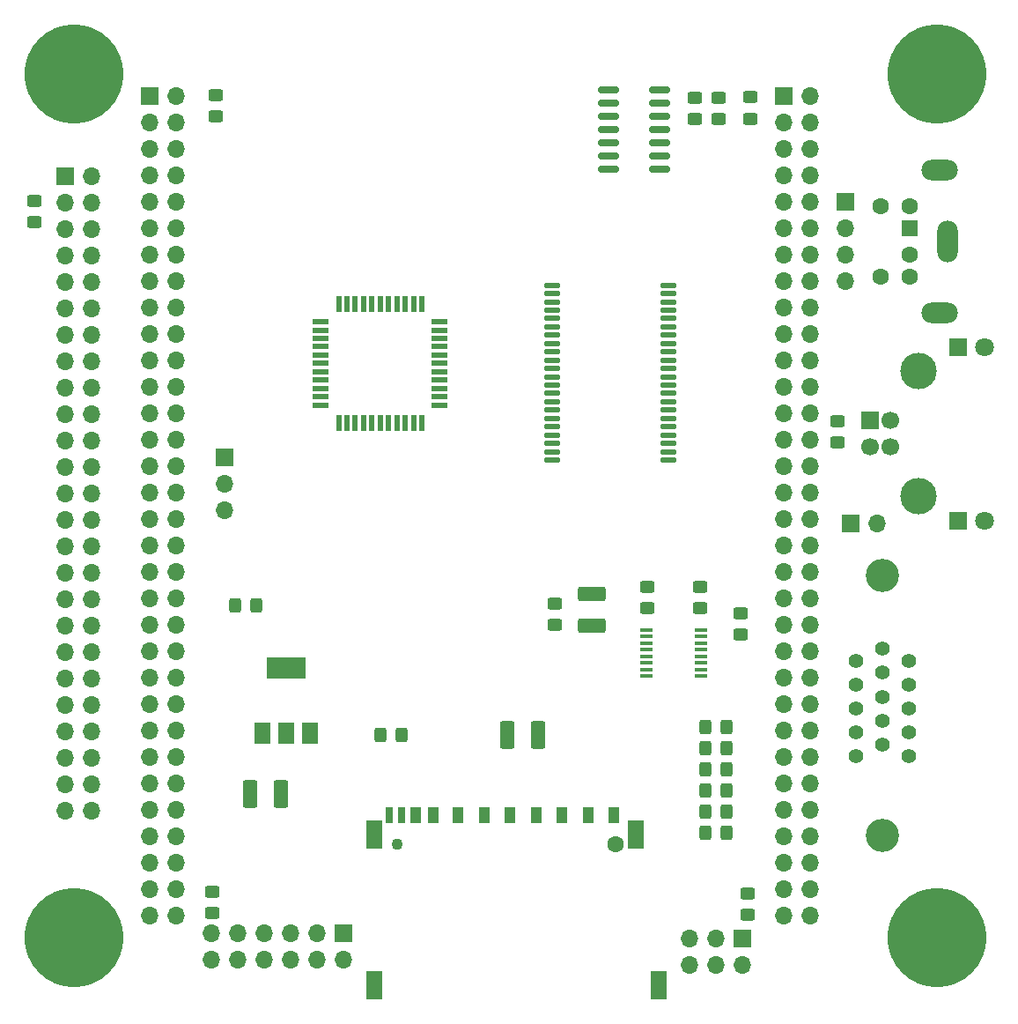
<source format=gts>
G04 #@! TF.GenerationSoftware,KiCad,Pcbnew,(6.0.1)*
G04 #@! TF.CreationDate,2022-05-30T09:03:46-04:00*
G04 #@! TF.ProjectId,RETRO-65C816,52455452-4f2d-4363-9543-3831362e6b69,3*
G04 #@! TF.SameCoordinates,Original*
G04 #@! TF.FileFunction,Soldermask,Top*
G04 #@! TF.FilePolarity,Negative*
%FSLAX46Y46*%
G04 Gerber Fmt 4.6, Leading zero omitted, Abs format (unit mm)*
G04 Created by KiCad (PCBNEW (6.0.1)) date 2022-05-30 09:03:46*
%MOMM*%
%LPD*%
G01*
G04 APERTURE LIST*
G04 Aperture macros list*
%AMRoundRect*
0 Rectangle with rounded corners*
0 $1 Rounding radius*
0 $2 $3 $4 $5 $6 $7 $8 $9 X,Y pos of 4 corners*
0 Add a 4 corners polygon primitive as box body*
4,1,4,$2,$3,$4,$5,$6,$7,$8,$9,$2,$3,0*
0 Add four circle primitives for the rounded corners*
1,1,$1+$1,$2,$3*
1,1,$1+$1,$4,$5*
1,1,$1+$1,$6,$7*
1,1,$1+$1,$8,$9*
0 Add four rect primitives between the rounded corners*
20,1,$1+$1,$2,$3,$4,$5,0*
20,1,$1+$1,$4,$5,$6,$7,0*
20,1,$1+$1,$6,$7,$8,$9,0*
20,1,$1+$1,$8,$9,$2,$3,0*%
G04 Aperture macros list end*
%ADD10C,9.525000*%
%ADD11R,1.500000X2.000000*%
%ADD12R,3.800000X2.000000*%
%ADD13R,1.700000X1.700000*%
%ADD14O,1.700000X1.700000*%
%ADD15RoundRect,0.250000X-0.325000X-0.450000X0.325000X-0.450000X0.325000X0.450000X-0.325000X0.450000X0*%
%ADD16RoundRect,0.250000X0.450000X-0.325000X0.450000X0.325000X-0.450000X0.325000X-0.450000X-0.325000X0*%
%ADD17R,1.600000X1.600000*%
%ADD18C,1.600000*%
%ADD19O,2.000000X4.000000*%
%ADD20O,3.500000X2.000000*%
%ADD21R,1.800000X1.800000*%
%ADD22C,1.800000*%
%ADD23RoundRect,0.250000X-0.450000X0.325000X-0.450000X-0.325000X0.450000X-0.325000X0.450000X0.325000X0*%
%ADD24R,1.200000X0.400000*%
%ADD25C,1.100000*%
%ADD26R,1.000000X1.500000*%
%ADD27R,0.700000X1.500000*%
%ADD28R,1.500000X2.800000*%
%ADD29RoundRect,0.137500X-0.625000X-0.137500X0.625000X-0.137500X0.625000X0.137500X-0.625000X0.137500X0*%
%ADD30RoundRect,0.250000X0.325000X0.450000X-0.325000X0.450000X-0.325000X-0.450000X0.325000X-0.450000X0*%
%ADD31RoundRect,0.250001X-0.462499X-1.074999X0.462499X-1.074999X0.462499X1.074999X-0.462499X1.074999X0*%
%ADD32RoundRect,0.250001X0.462499X1.074999X-0.462499X1.074999X-0.462499X-1.074999X0.462499X-1.074999X0*%
%ADD33C,3.200000*%
%ADD34C,1.397000*%
%ADD35RoundRect,0.250001X-1.074999X0.462499X-1.074999X-0.462499X1.074999X-0.462499X1.074999X0.462499X0*%
%ADD36C,1.700000*%
%ADD37C,3.500000*%
%ADD38RoundRect,0.150000X-0.825000X-0.150000X0.825000X-0.150000X0.825000X0.150000X-0.825000X0.150000X0*%
%ADD39R,0.550000X1.500000*%
%ADD40R,1.500000X0.550000*%
G04 APERTURE END LIST*
D10*
X16000000Y-16000000D03*
X99000000Y-16000000D03*
X16000000Y-99000000D03*
X99000000Y-99000000D03*
D11*
X34123600Y-79375400D03*
X36423600Y-79375400D03*
X38723600Y-79375400D03*
D12*
X36423600Y-73075400D03*
D13*
X90678000Y-59182000D03*
D14*
X93218000Y-59182000D03*
D15*
X76699000Y-78740000D03*
X78749000Y-78740000D03*
X76699000Y-80772000D03*
X78749000Y-80772000D03*
X76744800Y-82804000D03*
X78794800Y-82804000D03*
X76699000Y-84836000D03*
X78749000Y-84836000D03*
X76699000Y-86868000D03*
X78749000Y-86868000D03*
X76699000Y-88900000D03*
X78749000Y-88900000D03*
D16*
X75692000Y-20329000D03*
X75692000Y-18279000D03*
X77978000Y-20329000D03*
X77978000Y-18279000D03*
D13*
X90200000Y-28300000D03*
D14*
X90200000Y-30840000D03*
X90200000Y-33380000D03*
X90200000Y-35920000D03*
D17*
X96400000Y-30800000D03*
D18*
X96400000Y-33400000D03*
X96400000Y-28700000D03*
X96400000Y-35500000D03*
X93600000Y-28700000D03*
X93600000Y-35500000D03*
D19*
X100050000Y-32100000D03*
D20*
X99250000Y-25250000D03*
X99250000Y-38950000D03*
D13*
X84250000Y-18166000D03*
D14*
X86790000Y-18166000D03*
X84250000Y-20706000D03*
X86790000Y-20706000D03*
X84250000Y-23246000D03*
X86790000Y-23246000D03*
X84250000Y-25786000D03*
X86790000Y-25786000D03*
X84250000Y-28326000D03*
X86790000Y-28326000D03*
X84250000Y-30866000D03*
X86790000Y-30866000D03*
X84250000Y-33406000D03*
X86790000Y-33406000D03*
X84250000Y-35946000D03*
X86790000Y-35946000D03*
X84250000Y-38486000D03*
X86790000Y-38486000D03*
X84250000Y-41026000D03*
X86790000Y-41026000D03*
X84250000Y-43566000D03*
X86790000Y-43566000D03*
X84250000Y-46106000D03*
X86790000Y-46106000D03*
X84250000Y-48646000D03*
X86790000Y-48646000D03*
X84250000Y-51186000D03*
X86790000Y-51186000D03*
X84250000Y-53726000D03*
X86790000Y-53726000D03*
X84250000Y-56266000D03*
X86790000Y-56266000D03*
X84250000Y-58806000D03*
X86790000Y-58806000D03*
X84250000Y-61346000D03*
X86790000Y-61346000D03*
X84250000Y-63886000D03*
X86790000Y-63886000D03*
X84250000Y-66426000D03*
X86790000Y-66426000D03*
X84250000Y-68966000D03*
X86790000Y-68966000D03*
X84250000Y-71506000D03*
X86790000Y-71506000D03*
X84250000Y-74046000D03*
X86790000Y-74046000D03*
X84250000Y-76586000D03*
X86790000Y-76586000D03*
X84250000Y-79126000D03*
X86790000Y-79126000D03*
X84250000Y-81666000D03*
X86790000Y-81666000D03*
X84250000Y-84206000D03*
X86790000Y-84206000D03*
X84250000Y-86746000D03*
X86790000Y-86746000D03*
X84250000Y-89286000D03*
X86790000Y-89286000D03*
X84250000Y-91826000D03*
X86790000Y-91826000D03*
X84250000Y-94366000D03*
X86790000Y-94366000D03*
X84250000Y-96906000D03*
X86790000Y-96906000D03*
D13*
X23310000Y-18166000D03*
D14*
X25850000Y-18166000D03*
X23310000Y-20706000D03*
X25850000Y-20706000D03*
X23310000Y-23246000D03*
X25850000Y-23246000D03*
X23310000Y-25786000D03*
X25850000Y-25786000D03*
X23310000Y-28326000D03*
X25850000Y-28326000D03*
X23310000Y-30866000D03*
X25850000Y-30866000D03*
X23310000Y-33406000D03*
X25850000Y-33406000D03*
X23310000Y-35946000D03*
X25850000Y-35946000D03*
X23310000Y-38486000D03*
X25850000Y-38486000D03*
X23310000Y-41026000D03*
X25850000Y-41026000D03*
X23310000Y-43566000D03*
X25850000Y-43566000D03*
X23310000Y-46106000D03*
X25850000Y-46106000D03*
X23310000Y-48646000D03*
X25850000Y-48646000D03*
X23310000Y-51186000D03*
X25850000Y-51186000D03*
X23310000Y-53726000D03*
X25850000Y-53726000D03*
X23310000Y-56266000D03*
X25850000Y-56266000D03*
X23310000Y-58806000D03*
X25850000Y-58806000D03*
X23310000Y-61346000D03*
X25850000Y-61346000D03*
X23310000Y-63886000D03*
X25850000Y-63886000D03*
X23310000Y-66426000D03*
X25850000Y-66426000D03*
X23310000Y-68966000D03*
X25850000Y-68966000D03*
X23310000Y-71506000D03*
X25850000Y-71506000D03*
X23310000Y-74046000D03*
X25850000Y-74046000D03*
X23310000Y-76586000D03*
X25850000Y-76586000D03*
X23310000Y-79126000D03*
X25850000Y-79126000D03*
X23310000Y-81666000D03*
X25850000Y-81666000D03*
X23310000Y-84206000D03*
X25850000Y-84206000D03*
X23310000Y-86746000D03*
X25850000Y-86746000D03*
X23310000Y-89286000D03*
X25850000Y-89286000D03*
X23310000Y-91826000D03*
X25850000Y-91826000D03*
X23310000Y-94366000D03*
X25850000Y-94366000D03*
X23310000Y-96906000D03*
X25850000Y-96906000D03*
D21*
X101015800Y-42291000D03*
D22*
X103555800Y-42291000D03*
D16*
X80137000Y-69859000D03*
X80137000Y-67809000D03*
D23*
X71120000Y-65269000D03*
X71120000Y-67319000D03*
X76200000Y-65269000D03*
X76200000Y-67319000D03*
D24*
X76260000Y-73850500D03*
X76260000Y-73215500D03*
X76260000Y-72580500D03*
X76260000Y-71945500D03*
X76260000Y-71310500D03*
X76260000Y-70675500D03*
X76260000Y-70040500D03*
X76260000Y-69405500D03*
X71060000Y-69405500D03*
X71060000Y-70040500D03*
X71060000Y-70675500D03*
X71060000Y-71310500D03*
X71060000Y-71945500D03*
X71060000Y-72580500D03*
X71060000Y-73215500D03*
X71060000Y-73850500D03*
D25*
X47079000Y-90043000D03*
D18*
X68079000Y-90043000D03*
D26*
X65459000Y-87243000D03*
X62959000Y-87243000D03*
X60459000Y-87243000D03*
X57959000Y-87243000D03*
X55459000Y-87243000D03*
X52959000Y-87243000D03*
X50539000Y-87243000D03*
X48839000Y-87243000D03*
X67959000Y-87243000D03*
D27*
X47499000Y-87243000D03*
X46359000Y-87243000D03*
D28*
X70029000Y-89043000D03*
X44929000Y-89043000D03*
X44929000Y-103543000D03*
X72229000Y-103543000D03*
D13*
X15140000Y-25800000D03*
D14*
X17680000Y-25800000D03*
X15140000Y-28340000D03*
X17680000Y-28340000D03*
X15140000Y-30880000D03*
X17680000Y-30880000D03*
X15140000Y-33420000D03*
X17680000Y-33420000D03*
X15140000Y-35960000D03*
X17680000Y-35960000D03*
X15140000Y-38500000D03*
X17680000Y-38500000D03*
X15140000Y-41040000D03*
X17680000Y-41040000D03*
X15140000Y-43580000D03*
X17680000Y-43580000D03*
X15140000Y-46120000D03*
X17680000Y-46120000D03*
X15140000Y-48660000D03*
X17680000Y-48660000D03*
X15140000Y-51200000D03*
X17680000Y-51200000D03*
X15140000Y-53740000D03*
X17680000Y-53740000D03*
X15140000Y-56280000D03*
X17680000Y-56280000D03*
X15140000Y-58820000D03*
X17680000Y-58820000D03*
X15140000Y-61360000D03*
X17680000Y-61360000D03*
X15140000Y-63900000D03*
X17680000Y-63900000D03*
X15140000Y-66440000D03*
X17680000Y-66440000D03*
X15140000Y-68980000D03*
X17680000Y-68980000D03*
X15140000Y-71520000D03*
X17680000Y-71520000D03*
X15140000Y-74060000D03*
X17680000Y-74060000D03*
X15140000Y-76600000D03*
X17680000Y-76600000D03*
X15140000Y-79140000D03*
X17680000Y-79140000D03*
X15140000Y-81680000D03*
X17680000Y-81680000D03*
X15140000Y-84220000D03*
X17680000Y-84220000D03*
X15140000Y-86760000D03*
X17680000Y-86760000D03*
D16*
X29286200Y-96605200D03*
X29286200Y-94555200D03*
X80772000Y-96783000D03*
X80772000Y-94733000D03*
D23*
X12242800Y-28185000D03*
X12242800Y-30235000D03*
D16*
X81000600Y-20303600D03*
X81000600Y-18253600D03*
X29667200Y-20100400D03*
X29667200Y-18050400D03*
D13*
X30480000Y-52832000D03*
D14*
X30480000Y-55372000D03*
X30480000Y-57912000D03*
D16*
X62230000Y-68970000D03*
X62230000Y-66920000D03*
D23*
X89458800Y-49368600D03*
X89458800Y-51418600D03*
D29*
X61976500Y-36304000D03*
X61976500Y-37104000D03*
X61976500Y-37904000D03*
X61976500Y-38704000D03*
X61976500Y-39504000D03*
X61976500Y-40304000D03*
X61976500Y-41104000D03*
X61976500Y-41904000D03*
X61976500Y-42704000D03*
X61976500Y-43504000D03*
X61976500Y-44304000D03*
X61976500Y-45104000D03*
X61976500Y-45904000D03*
X61976500Y-46704000D03*
X61976500Y-47504000D03*
X61976500Y-48304000D03*
X61976500Y-49104000D03*
X61976500Y-49904000D03*
X61976500Y-50704000D03*
X61976500Y-51504000D03*
X61976500Y-52304000D03*
X61976500Y-53104000D03*
X73151500Y-53104000D03*
X73151500Y-52304000D03*
X73151500Y-51504000D03*
X73151500Y-50704000D03*
X73151500Y-49904000D03*
X73151500Y-49104000D03*
X73151500Y-48304000D03*
X73151500Y-47504000D03*
X73151500Y-46704000D03*
X73151500Y-45904000D03*
X73151500Y-45104000D03*
X73151500Y-44304000D03*
X73151500Y-43504000D03*
X73151500Y-42704000D03*
X73151500Y-41904000D03*
X73151500Y-41104000D03*
X73151500Y-40304000D03*
X73151500Y-39504000D03*
X73151500Y-38704000D03*
X73151500Y-37904000D03*
X73151500Y-37104000D03*
X73151500Y-36304000D03*
D30*
X47507000Y-79502000D03*
X45457000Y-79502000D03*
D31*
X57694500Y-79502000D03*
X60669500Y-79502000D03*
D30*
X33537000Y-67056000D03*
X31487000Y-67056000D03*
D32*
X35904500Y-85191600D03*
X32929500Y-85191600D03*
D13*
X41910000Y-98552000D03*
D14*
X41910000Y-101092000D03*
X39370000Y-98552000D03*
X39370000Y-101092000D03*
X36830000Y-98552000D03*
X36830000Y-101092000D03*
X34290000Y-98552000D03*
X34290000Y-101092000D03*
X31750000Y-98552000D03*
X31750000Y-101092000D03*
X29210000Y-98552000D03*
X29210000Y-101092000D03*
D33*
X93779340Y-64213740D03*
X93779340Y-89202260D03*
D34*
X91239340Y-72397620D03*
X91239340Y-74688700D03*
X91239340Y-76974700D03*
X91239340Y-79268320D03*
X91239340Y-81556860D03*
X93779340Y-71252080D03*
X93779340Y-73543160D03*
X93779340Y-75834240D03*
X93779340Y-78122780D03*
X93779340Y-80413860D03*
X96319340Y-72397620D03*
X96319340Y-74688700D03*
X96316800Y-76977240D03*
X96319340Y-79268320D03*
X96319340Y-81556860D03*
D13*
X80249000Y-99055000D03*
D14*
X80249000Y-101595000D03*
X77709000Y-99055000D03*
X77709000Y-101595000D03*
X75169000Y-99055000D03*
X75169000Y-101595000D03*
D35*
X65786000Y-66000300D03*
X65786000Y-68975300D03*
D13*
X92532200Y-49326800D03*
D36*
X92532200Y-51826800D03*
X94532200Y-51826800D03*
X94532200Y-49326800D03*
D37*
X97242200Y-56596800D03*
X97242200Y-44556800D03*
D21*
X100990400Y-58953400D03*
D22*
X103530400Y-58953400D03*
D38*
X67375000Y-17526000D03*
X67375000Y-18796000D03*
X67375000Y-20066000D03*
X67375000Y-21336000D03*
X67375000Y-22606000D03*
X67375000Y-23876000D03*
X67375000Y-25146000D03*
X72325000Y-25146000D03*
X72325000Y-23876000D03*
X72325000Y-22606000D03*
X72325000Y-21336000D03*
X72325000Y-20066000D03*
X72325000Y-18796000D03*
X72325000Y-17526000D03*
D39*
X49466000Y-38115000D03*
X48666000Y-38115000D03*
X47866000Y-38115000D03*
X47066000Y-38115000D03*
X46266000Y-38115000D03*
X45466000Y-38115000D03*
X44666000Y-38115000D03*
X43866000Y-38115000D03*
X43066000Y-38115000D03*
X42266000Y-38115000D03*
X41466000Y-38115000D03*
D40*
X39766000Y-39815000D03*
X39766000Y-40615000D03*
X39766000Y-41415000D03*
X39766000Y-42215000D03*
X39766000Y-43015000D03*
X39766000Y-43815000D03*
X39766000Y-44615000D03*
X39766000Y-45415000D03*
X39766000Y-46215000D03*
X39766000Y-47015000D03*
X39766000Y-47815000D03*
D39*
X41466000Y-49515000D03*
X42266000Y-49515000D03*
X43066000Y-49515000D03*
X43866000Y-49515000D03*
X44666000Y-49515000D03*
X45466000Y-49515000D03*
X46266000Y-49515000D03*
X47066000Y-49515000D03*
X47866000Y-49515000D03*
X48666000Y-49515000D03*
X49466000Y-49515000D03*
D40*
X51166000Y-47815000D03*
X51166000Y-47015000D03*
X51166000Y-46215000D03*
X51166000Y-45415000D03*
X51166000Y-44615000D03*
X51166000Y-43815000D03*
X51166000Y-43015000D03*
X51166000Y-42215000D03*
X51166000Y-41415000D03*
X51166000Y-40615000D03*
X51166000Y-39815000D03*
M02*

</source>
